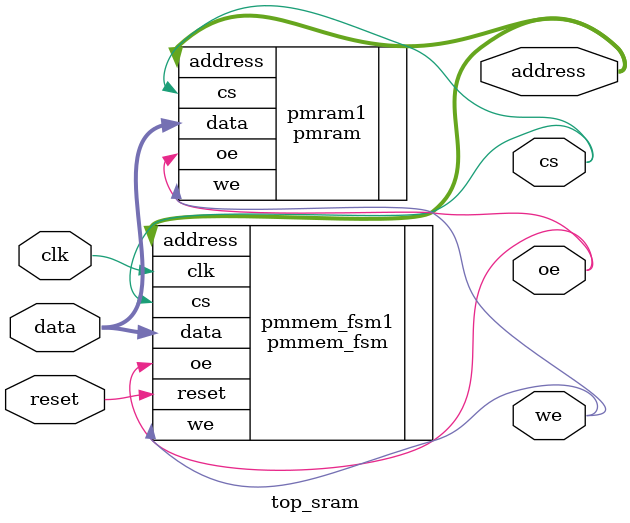
<source format=v>
`timescale 1ns / 1ps


module top_sram(cs,we,oe,data,clk,address,reset);

    output cs;
    output we;
    output oe;
    output [7:0] address;
    
    inout [3:0] data = 4'b0000;
    input clk, reset;
    
    pmram pmram1(.address(address),.data(data),.cs(cs),.we(we),.oe(oe));
    pmmem_fsm pmmem_fsm1(.clk(clk),.reset(reset),.address(address),.data(data),.cs(cs),.we(we),.oe(oe));
     
endmodule

</source>
